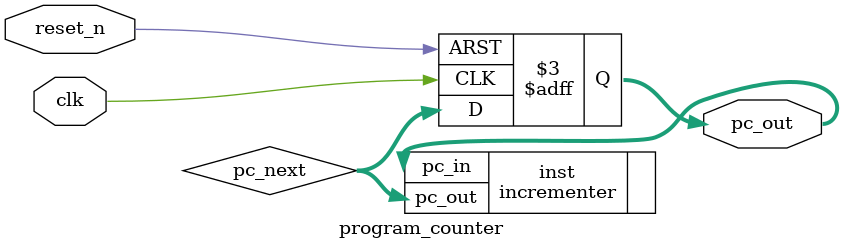
<source format=v>
module program_counter (
    input clk,
    input reset_n,
    output reg [3:0] pc_out
);


wire [3:0] pc_next;  


incrementer inst (
    .pc_in(pc_out),   
    .pc_out(pc_next)   
);

always @(posedge clk or negedge reset_n) begin
    if (!reset_n)
        pc_out <= 4'b0000; 
    else
        pc_out <= pc_next;  
end

endmodule
//This one is structural ERROR is in presentation
</source>
